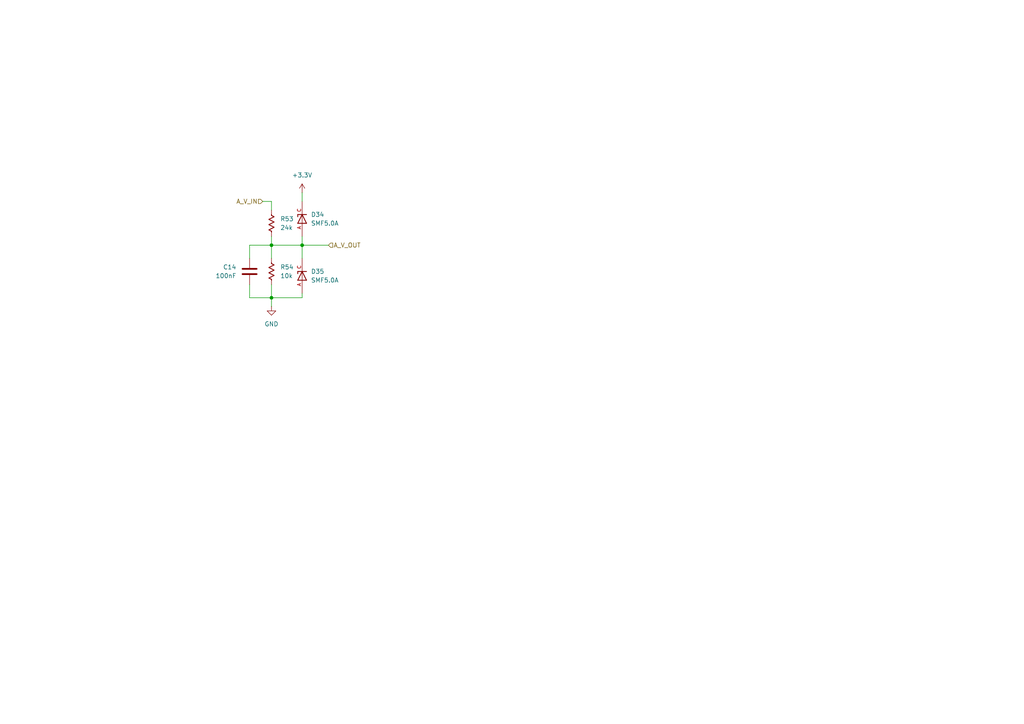
<source format=kicad_sch>
(kicad_sch (version 20250114) (generator "eeschema") (generator_version "9.0")
  (paper "A4")
  (lib_symbols
    (symbol "EasyEDA:+3.3V" (power) (pin_numbers (hide yes)) (pin_names (offset 0) (hide yes))
      (property "Value" "+3.3V" (at 0 3.556 0))
      (symbol "+3.3V_0_1"
        (polyline (pts (xy -0.762 1.27) (xy 0 2.54)))
        (polyline (pts (xy 0 2.54) (xy 0.762 1.27)))
        (polyline (pts (xy 0 0) (xy 0 2.54)))
      )
      (symbol "+3.3V_1_1"
        (pin power_in line (at 0 0 90) (length 0) (name "~") (number "1"))
      )
    )
    (symbol "EasyEDA:C_0805" (pin_numbers (hide yes)) (pin_names (offset 0.254))
      (property "Reference" "C" (at 0.635 2.54 0))
      (property "Value" "C_0805" (at 0.635 -2.54 0))
      (symbol "C_0805_0_1"
        (polyline (pts (xy -2.032 0.762) (xy 2.032 0.762)) (stroke (width 0.508)))
        (polyline (pts (xy -2.032 -0.762) (xy 2.032 -0.762)) (stroke (width 0.508)))
      )
      (symbol "C_0805_0_2"
        (polyline (pts (xy -2.54 -2.54) (xy -0.381 -0.381)))
        (polyline (pts (xy -0.508 -0.508) (xy -1.651 0.635)) (stroke (width 0.508)))
        (polyline (pts (xy -0.508 -0.508) (xy 0.635 -1.651)) (stroke (width 0.508)))
        (polyline (pts (xy 0.381 0.381) (xy 2.54 2.54)))
        (polyline (pts (xy 0.508 0.508) (xy -0.635 1.651)) (stroke (width 0.508)))
        (polyline (pts (xy 0.508 0.508) (xy 1.651 -0.635)) (stroke (width 0.508)))
      )
      (symbol "C_0805_1_1"
        (pin passive line (at 0 3.81 270) (length 2.794) (name "~") (number "1"))
        (pin passive line (at 0 -3.81 90) (length 2.794) (name "~") (number "2"))
      )
      (symbol "C_0805_1_2"
        (pin passive line (at -2.54 -2.54 90) (length 0) (name "~") (number "2"))
        (pin passive line (at 2.54 2.54 270) (length 0) (name "~") (number "1"))
      )
    )
    (symbol "EasyEDA:GND" (power) (pin_numbers (hide yes)) (pin_names (offset 0) (hide yes))
      (property "Value" "GND" (at 0 -3.81 0))
      (symbol "GND_0_1"
        (polyline (pts (xy 0 0) (xy 0 -1.27) (xy 1.27 -1.27) (xy 0 -2.54) (xy -1.27 -1.27) (xy 0 -1.27)))
      )
      (symbol "GND_1_1"
        (pin power_in line (at 0 0 270) (length 0) (name "~") (number "1"))
      )
    )
    (symbol "EasyEDA:R_0603" (pin_numbers (hide yes)) (pin_names (offset 0))
      (property "Reference" "R" (at 2.54 1.27 0))
      (property "Value" "R_0603" (at 2.54 -1.27 0))
      (symbol "R_0603_0_1"
        (polyline (pts (xy 0 2.286) (xy 0 2.54)) (stroke (width 0.254)))
        (polyline (pts (xy 0 2.286) (xy 0.762 1.905) (xy -0.762 1.143) (xy 0 0.762) (xy 0.762 0.381) (xy 0 0) (xy -0.762 -0.381) (xy 0 -0.762) (xy 0.762 -1.143) (xy 0 -1.524) (xy -0.762 -1.905) (xy 0 -2.286)) (stroke (width 0.254)))
        (polyline (pts (xy 0 -2.286) (xy 0 -2.54)) (stroke (width 0.254)))
      )
      (symbol "R_0603_0_2"
        (polyline (pts (xy -2.54 -2.54) (xy -1.778 -1.778)))
        (polyline (pts (xy -1.778 -1.778) (xy -1.524 -1.524)) (stroke (width 0.254)))
        (polyline (pts (xy -1.524 -1.524) (xy -1.778 -0.762) (xy -1.016 -1.016)) (stroke (width 0.254)))
        (polyline (pts (xy -0.508 -0.508) (xy -0.762 0.254) (xy 0 0)) (stroke (width 0.254)))
        (polyline (pts (xy -0.508 -0.508) (xy -0.254 -1.27) (xy -1.016 -1.016)) (stroke (width 0.254)))
        (polyline (pts (xy 0.508 0.508) (xy 0.254 1.27) (xy 1.016 1.016)) (stroke (width 0.254)))
        (polyline (pts (xy 0.508 0.508) (xy 0.762 -0.254) (xy 0 0)) (stroke (width 0.254)))
        (polyline (pts (xy 1.524 1.524) (xy 1.778 0.762) (xy 1.016 1.016)) (stroke (width 0.254)))
        (polyline (pts (xy 1.778 1.778) (xy 1.524 1.524)) (stroke (width 0.254)))
        (polyline (pts (xy 1.778 1.778) (xy 2.54 2.54)))
      )
      (symbol "R_0603_1_1"
        (pin passive line (at 0 3.81 270) (length 1.27) (name "~") (number "1"))
        (pin passive line (at 0 -3.81 90) (length 1.27) (name "~") (number "2"))
      )
      (symbol "R_0603_1_2"
        (pin passive line (at -2.54 -2.54 0) (length 0) (name "") (number "2"))
        (pin passive line (at 2.54 2.54 180) (length 0) (name "") (number "1"))
      )
    )
    (symbol "SMF5.0A:SMF5.0A" (pin_names (offset 1.016))
      (property "Reference" "D" (at -5.0835 2.4159 0))
      (property "Value" "SMF5.0A" (at -5.0854 -4.9611 0))
      (symbol "SMF5.0A_0_0"
        (polyline (pts (xy -1.27 0) (xy -1.27 1.27)) (stroke (width 0.254)))
        (polyline (pts (xy -1.27 0) (xy 1.27 -1.27)) (stroke (width 0.254)))
        (polyline (pts (xy -1.27 -1.27) (xy -1.27 0)) (stroke (width 0.254)))
        (polyline (pts (xy -0.635 -1.27) (xy -1.27 -1.27)) (stroke (width 0.254)))
        (polyline (pts (xy 1.27 1.27) (xy -1.27 0)) (stroke (width 0.254)))
        (polyline (pts (xy 1.27 -1.27) (xy 1.27 1.27)) (stroke (width 0.254)))
        (pin passive line (at -5.08 0 0) (length 5.08) (name "~") (number "C"))
        (pin passive line (at 5.08 0 180) (length 5.08) (name "~") (number "A"))
      )
    )
  )
  (junction (at 78.74 86.36))
  (junction (at 87.63 71.12))
  (junction (at 78.74 71.12))
  (wire (pts (xy 87.63 68.58) (xy 87.63 71.12)))
  (wire (pts (xy 78.74 68.58) (xy 78.74 71.12)))
  (wire (pts (xy 87.63 71.12) (xy 87.63 74.93)))
  (wire (pts (xy 78.74 86.36) (xy 78.74 88.9)))
  (wire (pts (xy 87.63 71.12) (xy 95.25 71.12)))
  (wire (pts (xy 72.39 71.12) (xy 78.74 71.12)))
  (wire (pts (xy 78.74 71.12) (xy 78.74 74.93)))
  (wire (pts (xy 72.39 82.55) (xy 72.39 86.36)))
  (wire (pts (xy 76.2 58.42) (xy 78.74 58.42)))
  (wire (pts (xy 87.63 55.88) (xy 87.63 58.42)))
  (wire (pts (xy 78.74 71.12) (xy 87.63 71.12)))
  (wire (pts (xy 87.63 85.09) (xy 87.63 86.36)))
  (wire (pts (xy 78.74 82.55) (xy 78.74 86.36)))
  (wire (pts (xy 72.39 74.93) (xy 72.39 71.12)))
  (wire (pts (xy 78.74 58.42) (xy 78.74 60.96)))
  (wire (pts (xy 78.74 86.36) (xy 87.63 86.36)))
  (wire (pts (xy 72.39 86.36) (xy 78.74 86.36)))
  (hierarchical_label "A_V_IN" (shape input) (at 76.2 58.42 180))
  (hierarchical_label "A_V_OUT" (shape input) (at 95.25 71.12 0))
  (symbol (lib_id "EasyEDA:C_0805") (at 72.39 78.74 0) (mirror x) (unit 1)
    (property "Reference" "C14" (at 68.58 77.4699 0) (effects (justify right)))
    (property "Value" "100nF" (at 68.58 80.0099 0) (effects (justify right)))
    (property "Footprint" "PCM_Capacitor_SMD_AKL:C_0805_2012Metric" (effects (hide yes)))
    (property "Datasheet" "https://www.lcsc.com/datasheet/C56476.pdf" (effects (hide yes)))
    (property "Description" "SMD 0805 MLCC capacitor, Alternate KiCad Library" (effects (hide yes)))
    (property "Part #" "C1608X7R1H104KT000N" (effects (hide yes)))
    (property "LCSC Part" "C56476" (effects (hide yes)))
  )
  (symbol (lib_id "EasyEDA:GND") (at 78.74 88.9 0) (unit 1)
    (property "Reference" "#PWR078" (effects (hide yes)))
    (property "Value" "GND" (at 78.74 93.98 0))
    (property "Description" "Power symbol creates a global label with name \"GND\" , ground" (effects (hide yes)))
  )
  (symbol (lib_id "SMF5.0A:SMF5.0A") (at 87.63 80.01 270) (unit 1)
    (property "Reference" "D35" (at 90.17 78.7399 90) (effects (justify left)))
    (property "Value" "SMF5.0A" (at 90.17 81.2799 90) (effects (justify left)))
    (property "Footprint" "SMF5.0A:SODFL3718X102N" (effects (hide yes)))
    (property "Datasheet" "https://www.lcsc.com/datasheet/C19077498.pdf" (effects (hide yes)))
    (property "MF" "Taiwan Semiconductor" (effects (hide yes)))
    (property "MAXIMUM_PACKAGE_HEIGHT" "1.02 mm" (effects (hide yes)))
    (property "Package" "SOD-123W-2 Taiwan Semiconductor" (effects (hide yes)))
    (property "Price" "None" (effects (hide yes)))
    (property "Check_prices" "https://www.snapeda.com/parts/SMF5.0A/taiwan/view-part/?ref=eda" (effects (hide yes)))
    (property "STANDARD" "IPC-7351B" (effects (hide yes)))
    (property "PARTREV" "D2103" (effects (hide yes)))
    (property "SnapEDA_Link" "https://www.snapeda.com/parts/SMF5.0A/taiwan/view-part/?ref=snap" (effects (hide yes)))
    (property "MP" "SMF5.0A" (effects (hide yes)))
    (property "Description_1" "200W, 6.7V, 5%, Unidirectional, TVS" (effects (hide yes)))
    (property "Availability" "In Stock" (effects (hide yes)))
    (property "MANUFACTURER" "Taiwan Semiconductor" (effects (hide yes)))
    (property "Part #" "SMF5.0CA" (effects (hide yes)))
    (property "LCSC Part" "C19077498" (effects (hide yes)))
  )
  (symbol (lib_id "EasyEDA:+3.3V") (at 87.63 55.88 0) (unit 1)
    (property "Reference" "#PWR079" (effects (hide yes)))
    (property "Value" "+3.3V" (at 87.63 50.8 0))
    (property "Description" "Power symbol creates a global label with name \"+3.3V\"" (effects (hide yes)))
  )
  (symbol (lib_id "EasyEDA:R_0603") (at 78.74 78.74 180) (unit 1)
    (property "Reference" "R54" (at 81.28 77.4699 0) (effects (justify right)))
    (property "Value" "10k" (at 81.28 80.0099 0) (effects (justify right)))
    (property "Footprint" "PCM_Resistor_SMD_AKL:R_0603_1608Metric" (effects (hide yes)))
    (property "Datasheet" "https://jlcpcb.com/api/file/downloadByFileSystemAccessId/8579706381320323072" (effects (hide yes)))
    (property "Description" "SMD 0603 Chip Resistor, US Symbol, Alternate KiCad Library" (effects (hide yes)))
    (property "Part #" "0603WAF1002T5E" (effects (hide yes)))
    (property "LCSC Part" "C25804" (effects (hide yes)))
  )
  (symbol (lib_id "SMF5.0A:SMF5.0A") (at 87.63 63.5 270) (unit 1)
    (property "Reference" "D34" (at 90.17 62.2299 90) (effects (justify left)))
    (property "Value" "SMF5.0A" (at 90.17 64.7699 90) (effects (justify left)))
    (property "Footprint" "SMF5.0A:SODFL3718X102N" (effects (hide yes)))
    (property "Datasheet" "https://www.lcsc.com/datasheet/C19077498.pdf" (effects (hide yes)))
    (property "MF" "Taiwan Semiconductor" (effects (hide yes)))
    (property "MAXIMUM_PACKAGE_HEIGHT" "1.02 mm" (effects (hide yes)))
    (property "Package" "SOD-123W-2 Taiwan Semiconductor" (effects (hide yes)))
    (property "Price" "None" (effects (hide yes)))
    (property "Check_prices" "https://www.snapeda.com/parts/SMF5.0A/taiwan/view-part/?ref=eda" (effects (hide yes)))
    (property "STANDARD" "IPC-7351B" (effects (hide yes)))
    (property "PARTREV" "D2103" (effects (hide yes)))
    (property "SnapEDA_Link" "https://www.snapeda.com/parts/SMF5.0A/taiwan/view-part/?ref=snap" (effects (hide yes)))
    (property "MP" "SMF5.0A" (effects (hide yes)))
    (property "Description_1" "200W, 6.7V, 5%, Unidirectional, TVS" (effects (hide yes)))
    (property "Availability" "In Stock" (effects (hide yes)))
    (property "MANUFACTURER" "Taiwan Semiconductor" (effects (hide yes)))
    (property "Part #" "SMF5.0CA" (effects (hide yes)))
    (property "LCSC Part" "C19077498" (effects (hide yes)))
  )
  (symbol (lib_id "EasyEDA:R_0603") (at 78.74 64.77 180) (unit 1)
    (property "Reference" "R53" (at 81.28 63.4999 0) (effects (justify right)))
    (property "Value" "24k" (at 81.28 66.0399 0) (effects (justify right)))
    (property "Footprint" "PCM_Resistor_SMD_AKL:R_0603_1608Metric" (effects (hide yes)))
    (property "Datasheet" "https://jlcpcb.com/api/file/downloadByFileSystemAccessId/8579706339318288384" (effects (hide yes)))
    (property "Description" "SMD 0603 Chip Resistor, US Symbol, Alternate KiCad Library" (effects (hide yes)))
    (property "Part #" "0603WAF2402T5E" (effects (hide yes)))
    (property "LCSC Part" "C23352" (effects (hide yes)))
  )
)
</source>
